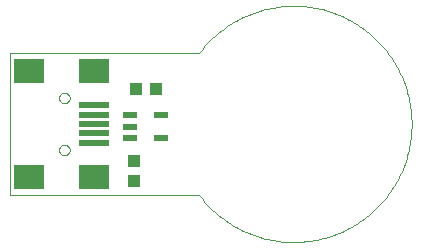
<source format=gtp>
G75*
%MOIN*%
%OFA0B0*%
%FSLAX25Y25*%
%IPPOS*%
%LPD*%
%AMOC8*
5,1,8,0,0,1.08239X$1,22.5*
%
%ADD10C,0.00000*%
%ADD11R,0.09843X0.01969*%
%ADD12R,0.09843X0.07874*%
%ADD13R,0.04724X0.02165*%
%ADD14R,0.03937X0.04331*%
%ADD15R,0.04331X0.03937*%
D10*
X0006518Y0016998D02*
X0006518Y0064242D01*
X0069510Y0064242D01*
X0070098Y0065006D01*
X0070704Y0065756D01*
X0071329Y0066490D01*
X0071971Y0067209D01*
X0072631Y0067912D01*
X0073308Y0068599D01*
X0074002Y0069269D01*
X0074711Y0069922D01*
X0075437Y0070557D01*
X0076177Y0071174D01*
X0076933Y0071773D01*
X0077703Y0072353D01*
X0078487Y0072914D01*
X0079285Y0073456D01*
X0080096Y0073978D01*
X0080919Y0074480D01*
X0081754Y0074962D01*
X0082601Y0075423D01*
X0083458Y0075863D01*
X0084327Y0076282D01*
X0085205Y0076680D01*
X0086093Y0077056D01*
X0086990Y0077410D01*
X0087895Y0077743D01*
X0088808Y0078053D01*
X0089728Y0078340D01*
X0090655Y0078605D01*
X0091589Y0078847D01*
X0092528Y0079066D01*
X0093472Y0079262D01*
X0094420Y0079435D01*
X0095373Y0079585D01*
X0096329Y0079711D01*
X0097287Y0079814D01*
X0098248Y0079893D01*
X0099211Y0079949D01*
X0100174Y0079981D01*
X0101139Y0079990D01*
X0102103Y0079975D01*
X0103066Y0079936D01*
X0104028Y0079874D01*
X0104989Y0079788D01*
X0105947Y0079679D01*
X0106902Y0079546D01*
X0107853Y0079390D01*
X0108800Y0079211D01*
X0109743Y0079008D01*
X0110681Y0078783D01*
X0111612Y0078534D01*
X0112538Y0078263D01*
X0113456Y0077970D01*
X0114367Y0077654D01*
X0115270Y0077315D01*
X0116164Y0076955D01*
X0117049Y0076573D01*
X0117925Y0076169D01*
X0118790Y0075744D01*
X0119645Y0075298D01*
X0120489Y0074831D01*
X0121321Y0074344D01*
X0122141Y0073836D01*
X0122948Y0073309D01*
X0123742Y0072762D01*
X0124522Y0072195D01*
X0125288Y0071610D01*
X0126040Y0071006D01*
X0126776Y0070384D01*
X0127497Y0069744D01*
X0128203Y0069086D01*
X0128892Y0068412D01*
X0129564Y0067721D01*
X0130219Y0067013D01*
X0130857Y0066290D01*
X0131476Y0065551D01*
X0132078Y0064798D01*
X0132660Y0064029D01*
X0133224Y0063247D01*
X0133769Y0062451D01*
X0134293Y0061643D01*
X0134798Y0060821D01*
X0135283Y0059988D01*
X0135747Y0059142D01*
X0136190Y0058286D01*
X0136612Y0057419D01*
X0137013Y0056542D01*
X0137392Y0055656D01*
X0137749Y0054760D01*
X0138084Y0053856D01*
X0138397Y0052944D01*
X0138688Y0052025D01*
X0138956Y0051099D01*
X0139201Y0050166D01*
X0139423Y0049228D01*
X0139623Y0048284D01*
X0139799Y0047336D01*
X0139952Y0046384D01*
X0140081Y0045429D01*
X0140187Y0044471D01*
X0140270Y0043510D01*
X0140329Y0042548D01*
X0140364Y0041584D01*
X0140376Y0040620D01*
X0140364Y0039656D01*
X0140329Y0038692D01*
X0140270Y0037730D01*
X0140187Y0036769D01*
X0140081Y0035811D01*
X0139952Y0034856D01*
X0139799Y0033904D01*
X0139623Y0032956D01*
X0139423Y0032012D01*
X0139201Y0031074D01*
X0138956Y0030141D01*
X0138688Y0029215D01*
X0138397Y0028296D01*
X0138084Y0027384D01*
X0137749Y0026480D01*
X0137392Y0025584D01*
X0137013Y0024698D01*
X0136612Y0023821D01*
X0136190Y0022954D01*
X0135747Y0022098D01*
X0135283Y0021252D01*
X0134798Y0020419D01*
X0134293Y0019597D01*
X0133769Y0018789D01*
X0133224Y0017993D01*
X0132660Y0017211D01*
X0132078Y0016442D01*
X0131476Y0015689D01*
X0130857Y0014950D01*
X0130219Y0014227D01*
X0129564Y0013519D01*
X0128892Y0012828D01*
X0128203Y0012154D01*
X0127497Y0011496D01*
X0126776Y0010856D01*
X0126040Y0010234D01*
X0125288Y0009630D01*
X0124522Y0009045D01*
X0123742Y0008478D01*
X0122948Y0007931D01*
X0122141Y0007404D01*
X0121321Y0006896D01*
X0120489Y0006409D01*
X0119645Y0005942D01*
X0118790Y0005496D01*
X0117925Y0005071D01*
X0117049Y0004667D01*
X0116164Y0004285D01*
X0115270Y0003925D01*
X0114367Y0003586D01*
X0113456Y0003270D01*
X0112538Y0002977D01*
X0111612Y0002706D01*
X0110681Y0002457D01*
X0109743Y0002232D01*
X0108800Y0002029D01*
X0107853Y0001850D01*
X0106902Y0001694D01*
X0105947Y0001561D01*
X0104989Y0001452D01*
X0104028Y0001366D01*
X0103066Y0001304D01*
X0102103Y0001265D01*
X0101139Y0001250D01*
X0100174Y0001259D01*
X0099211Y0001291D01*
X0098248Y0001347D01*
X0097287Y0001426D01*
X0096329Y0001529D01*
X0095373Y0001655D01*
X0094420Y0001805D01*
X0093472Y0001978D01*
X0092528Y0002174D01*
X0091589Y0002393D01*
X0090655Y0002635D01*
X0089728Y0002900D01*
X0088808Y0003187D01*
X0087895Y0003497D01*
X0086990Y0003830D01*
X0086093Y0004184D01*
X0085205Y0004560D01*
X0084327Y0004958D01*
X0083458Y0005377D01*
X0082601Y0005817D01*
X0081754Y0006278D01*
X0080919Y0006760D01*
X0080096Y0007262D01*
X0079285Y0007784D01*
X0078487Y0008326D01*
X0077703Y0008887D01*
X0076933Y0009467D01*
X0076177Y0010066D01*
X0075437Y0010683D01*
X0074711Y0011318D01*
X0074002Y0011971D01*
X0073308Y0012641D01*
X0072631Y0013328D01*
X0071971Y0014031D01*
X0071329Y0014750D01*
X0070704Y0015484D01*
X0070098Y0016234D01*
X0069510Y0016998D01*
X0006518Y0016998D01*
X0022856Y0031959D02*
X0022858Y0032043D01*
X0022864Y0032126D01*
X0022874Y0032209D01*
X0022888Y0032292D01*
X0022905Y0032374D01*
X0022927Y0032455D01*
X0022952Y0032534D01*
X0022981Y0032613D01*
X0023014Y0032690D01*
X0023050Y0032765D01*
X0023090Y0032839D01*
X0023133Y0032911D01*
X0023180Y0032980D01*
X0023230Y0033047D01*
X0023283Y0033112D01*
X0023339Y0033174D01*
X0023397Y0033234D01*
X0023459Y0033291D01*
X0023523Y0033344D01*
X0023590Y0033395D01*
X0023659Y0033442D01*
X0023730Y0033487D01*
X0023803Y0033527D01*
X0023878Y0033564D01*
X0023955Y0033598D01*
X0024033Y0033628D01*
X0024112Y0033654D01*
X0024193Y0033677D01*
X0024275Y0033695D01*
X0024357Y0033710D01*
X0024440Y0033721D01*
X0024523Y0033728D01*
X0024607Y0033731D01*
X0024691Y0033730D01*
X0024774Y0033725D01*
X0024858Y0033716D01*
X0024940Y0033703D01*
X0025022Y0033687D01*
X0025103Y0033666D01*
X0025184Y0033642D01*
X0025262Y0033614D01*
X0025340Y0033582D01*
X0025416Y0033546D01*
X0025490Y0033507D01*
X0025562Y0033465D01*
X0025632Y0033419D01*
X0025700Y0033370D01*
X0025765Y0033318D01*
X0025828Y0033263D01*
X0025888Y0033205D01*
X0025946Y0033144D01*
X0026000Y0033080D01*
X0026052Y0033014D01*
X0026100Y0032946D01*
X0026145Y0032875D01*
X0026186Y0032802D01*
X0026225Y0032728D01*
X0026259Y0032652D01*
X0026290Y0032574D01*
X0026317Y0032495D01*
X0026341Y0032414D01*
X0026360Y0032333D01*
X0026376Y0032251D01*
X0026388Y0032168D01*
X0026396Y0032084D01*
X0026400Y0032001D01*
X0026400Y0031917D01*
X0026396Y0031834D01*
X0026388Y0031750D01*
X0026376Y0031667D01*
X0026360Y0031585D01*
X0026341Y0031504D01*
X0026317Y0031423D01*
X0026290Y0031344D01*
X0026259Y0031266D01*
X0026225Y0031190D01*
X0026186Y0031116D01*
X0026145Y0031043D01*
X0026100Y0030972D01*
X0026052Y0030904D01*
X0026000Y0030838D01*
X0025946Y0030774D01*
X0025888Y0030713D01*
X0025828Y0030655D01*
X0025765Y0030600D01*
X0025700Y0030548D01*
X0025632Y0030499D01*
X0025562Y0030453D01*
X0025490Y0030411D01*
X0025416Y0030372D01*
X0025340Y0030336D01*
X0025262Y0030304D01*
X0025184Y0030276D01*
X0025103Y0030252D01*
X0025022Y0030231D01*
X0024940Y0030215D01*
X0024858Y0030202D01*
X0024774Y0030193D01*
X0024691Y0030188D01*
X0024607Y0030187D01*
X0024523Y0030190D01*
X0024440Y0030197D01*
X0024357Y0030208D01*
X0024275Y0030223D01*
X0024193Y0030241D01*
X0024112Y0030264D01*
X0024033Y0030290D01*
X0023955Y0030320D01*
X0023878Y0030354D01*
X0023803Y0030391D01*
X0023730Y0030431D01*
X0023659Y0030476D01*
X0023590Y0030523D01*
X0023523Y0030574D01*
X0023459Y0030627D01*
X0023397Y0030684D01*
X0023339Y0030744D01*
X0023283Y0030806D01*
X0023230Y0030871D01*
X0023180Y0030938D01*
X0023133Y0031007D01*
X0023090Y0031079D01*
X0023050Y0031153D01*
X0023014Y0031228D01*
X0022981Y0031305D01*
X0022952Y0031384D01*
X0022927Y0031463D01*
X0022905Y0031544D01*
X0022888Y0031626D01*
X0022874Y0031709D01*
X0022864Y0031792D01*
X0022858Y0031875D01*
X0022856Y0031959D01*
X0022856Y0049281D02*
X0022858Y0049365D01*
X0022864Y0049448D01*
X0022874Y0049531D01*
X0022888Y0049614D01*
X0022905Y0049696D01*
X0022927Y0049777D01*
X0022952Y0049856D01*
X0022981Y0049935D01*
X0023014Y0050012D01*
X0023050Y0050087D01*
X0023090Y0050161D01*
X0023133Y0050233D01*
X0023180Y0050302D01*
X0023230Y0050369D01*
X0023283Y0050434D01*
X0023339Y0050496D01*
X0023397Y0050556D01*
X0023459Y0050613D01*
X0023523Y0050666D01*
X0023590Y0050717D01*
X0023659Y0050764D01*
X0023730Y0050809D01*
X0023803Y0050849D01*
X0023878Y0050886D01*
X0023955Y0050920D01*
X0024033Y0050950D01*
X0024112Y0050976D01*
X0024193Y0050999D01*
X0024275Y0051017D01*
X0024357Y0051032D01*
X0024440Y0051043D01*
X0024523Y0051050D01*
X0024607Y0051053D01*
X0024691Y0051052D01*
X0024774Y0051047D01*
X0024858Y0051038D01*
X0024940Y0051025D01*
X0025022Y0051009D01*
X0025103Y0050988D01*
X0025184Y0050964D01*
X0025262Y0050936D01*
X0025340Y0050904D01*
X0025416Y0050868D01*
X0025490Y0050829D01*
X0025562Y0050787D01*
X0025632Y0050741D01*
X0025700Y0050692D01*
X0025765Y0050640D01*
X0025828Y0050585D01*
X0025888Y0050527D01*
X0025946Y0050466D01*
X0026000Y0050402D01*
X0026052Y0050336D01*
X0026100Y0050268D01*
X0026145Y0050197D01*
X0026186Y0050124D01*
X0026225Y0050050D01*
X0026259Y0049974D01*
X0026290Y0049896D01*
X0026317Y0049817D01*
X0026341Y0049736D01*
X0026360Y0049655D01*
X0026376Y0049573D01*
X0026388Y0049490D01*
X0026396Y0049406D01*
X0026400Y0049323D01*
X0026400Y0049239D01*
X0026396Y0049156D01*
X0026388Y0049072D01*
X0026376Y0048989D01*
X0026360Y0048907D01*
X0026341Y0048826D01*
X0026317Y0048745D01*
X0026290Y0048666D01*
X0026259Y0048588D01*
X0026225Y0048512D01*
X0026186Y0048438D01*
X0026145Y0048365D01*
X0026100Y0048294D01*
X0026052Y0048226D01*
X0026000Y0048160D01*
X0025946Y0048096D01*
X0025888Y0048035D01*
X0025828Y0047977D01*
X0025765Y0047922D01*
X0025700Y0047870D01*
X0025632Y0047821D01*
X0025562Y0047775D01*
X0025490Y0047733D01*
X0025416Y0047694D01*
X0025340Y0047658D01*
X0025262Y0047626D01*
X0025184Y0047598D01*
X0025103Y0047574D01*
X0025022Y0047553D01*
X0024940Y0047537D01*
X0024858Y0047524D01*
X0024774Y0047515D01*
X0024691Y0047510D01*
X0024607Y0047509D01*
X0024523Y0047512D01*
X0024440Y0047519D01*
X0024357Y0047530D01*
X0024275Y0047545D01*
X0024193Y0047563D01*
X0024112Y0047586D01*
X0024033Y0047612D01*
X0023955Y0047642D01*
X0023878Y0047676D01*
X0023803Y0047713D01*
X0023730Y0047753D01*
X0023659Y0047798D01*
X0023590Y0047845D01*
X0023523Y0047896D01*
X0023459Y0047949D01*
X0023397Y0048006D01*
X0023339Y0048066D01*
X0023283Y0048128D01*
X0023230Y0048193D01*
X0023180Y0048260D01*
X0023133Y0048329D01*
X0023090Y0048401D01*
X0023050Y0048475D01*
X0023014Y0048550D01*
X0022981Y0048627D01*
X0022952Y0048706D01*
X0022927Y0048785D01*
X0022905Y0048866D01*
X0022888Y0048948D01*
X0022874Y0049031D01*
X0022864Y0049114D01*
X0022858Y0049197D01*
X0022856Y0049281D01*
D11*
X0034471Y0046919D03*
X0034471Y0043770D03*
X0034471Y0040620D03*
X0034471Y0037470D03*
X0034471Y0034321D03*
D12*
X0034471Y0022904D03*
X0012817Y0022904D03*
X0012817Y0058337D03*
X0034471Y0058337D03*
D13*
X0046557Y0043494D03*
X0046557Y0039754D03*
X0046557Y0036014D03*
X0056794Y0036014D03*
X0056794Y0043494D03*
D14*
X0047857Y0028219D03*
X0047857Y0021526D03*
D15*
X0048447Y0052431D03*
X0055140Y0052431D03*
M02*

</source>
